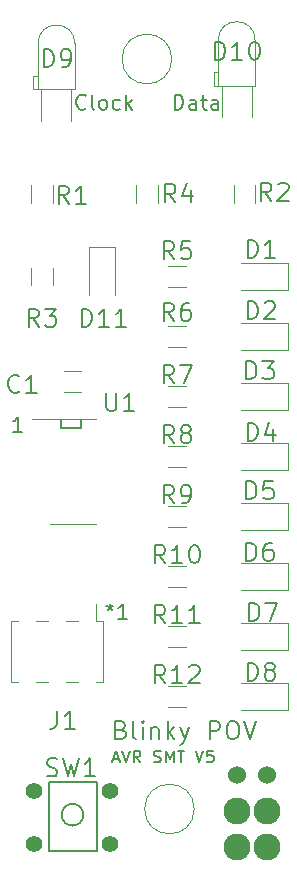
<source format=gbr>
%TF.GenerationSoftware,KiCad,Pcbnew,7.0.6-7.0.6~ubuntu22.04.1*%
%TF.CreationDate,2023-09-16T17:19:44-04:00*%
%TF.ProjectId,avr-smt-44,6176722d-736d-4742-9d34-342e6b696361,rev?*%
%TF.SameCoordinates,Original*%
%TF.FileFunction,Legend,Top*%
%TF.FilePolarity,Positive*%
%FSLAX46Y46*%
G04 Gerber Fmt 4.6, Leading zero omitted, Abs format (unit mm)*
G04 Created by KiCad (PCBNEW 7.0.6-7.0.6~ubuntu22.04.1) date 2023-09-16 17:19:44*
%MOMM*%
%LPD*%
G01*
G04 APERTURE LIST*
%ADD10C,0.150000*%
%ADD11C,0.203200*%
%ADD12C,0.120000*%
%ADD13C,1.397000*%
%ADD14C,1.524000*%
%ADD15C,2.286000*%
G04 APERTURE END LIST*
D10*
X162214160Y-118329104D02*
X162690350Y-118329104D01*
X162118922Y-118614819D02*
X162452255Y-117614819D01*
X162452255Y-117614819D02*
X162785588Y-118614819D01*
X162976065Y-117614819D02*
X163309398Y-118614819D01*
X163309398Y-118614819D02*
X163642731Y-117614819D01*
X164547493Y-118614819D02*
X164214160Y-118138628D01*
X163976065Y-118614819D02*
X163976065Y-117614819D01*
X163976065Y-117614819D02*
X164357017Y-117614819D01*
X164357017Y-117614819D02*
X164452255Y-117662438D01*
X164452255Y-117662438D02*
X164499874Y-117710057D01*
X164499874Y-117710057D02*
X164547493Y-117805295D01*
X164547493Y-117805295D02*
X164547493Y-117948152D01*
X164547493Y-117948152D02*
X164499874Y-118043390D01*
X164499874Y-118043390D02*
X164452255Y-118091009D01*
X164452255Y-118091009D02*
X164357017Y-118138628D01*
X164357017Y-118138628D02*
X163976065Y-118138628D01*
X165690351Y-118567200D02*
X165833208Y-118614819D01*
X165833208Y-118614819D02*
X166071303Y-118614819D01*
X166071303Y-118614819D02*
X166166541Y-118567200D01*
X166166541Y-118567200D02*
X166214160Y-118519580D01*
X166214160Y-118519580D02*
X166261779Y-118424342D01*
X166261779Y-118424342D02*
X166261779Y-118329104D01*
X166261779Y-118329104D02*
X166214160Y-118233866D01*
X166214160Y-118233866D02*
X166166541Y-118186247D01*
X166166541Y-118186247D02*
X166071303Y-118138628D01*
X166071303Y-118138628D02*
X165880827Y-118091009D01*
X165880827Y-118091009D02*
X165785589Y-118043390D01*
X165785589Y-118043390D02*
X165737970Y-117995771D01*
X165737970Y-117995771D02*
X165690351Y-117900533D01*
X165690351Y-117900533D02*
X165690351Y-117805295D01*
X165690351Y-117805295D02*
X165737970Y-117710057D01*
X165737970Y-117710057D02*
X165785589Y-117662438D01*
X165785589Y-117662438D02*
X165880827Y-117614819D01*
X165880827Y-117614819D02*
X166118922Y-117614819D01*
X166118922Y-117614819D02*
X166261779Y-117662438D01*
X166690351Y-118614819D02*
X166690351Y-117614819D01*
X166690351Y-117614819D02*
X167023684Y-118329104D01*
X167023684Y-118329104D02*
X167357017Y-117614819D01*
X167357017Y-117614819D02*
X167357017Y-118614819D01*
X167690351Y-117614819D02*
X168261779Y-117614819D01*
X167976065Y-118614819D02*
X167976065Y-117614819D01*
X169214161Y-117614819D02*
X169547494Y-118614819D01*
X169547494Y-118614819D02*
X169880827Y-117614819D01*
X170690351Y-117614819D02*
X170214161Y-117614819D01*
X170214161Y-117614819D02*
X170166542Y-118091009D01*
X170166542Y-118091009D02*
X170214161Y-118043390D01*
X170214161Y-118043390D02*
X170309399Y-117995771D01*
X170309399Y-117995771D02*
X170547494Y-117995771D01*
X170547494Y-117995771D02*
X170642732Y-118043390D01*
X170642732Y-118043390D02*
X170690351Y-118091009D01*
X170690351Y-118091009D02*
X170737970Y-118186247D01*
X170737970Y-118186247D02*
X170737970Y-118424342D01*
X170737970Y-118424342D02*
X170690351Y-118519580D01*
X170690351Y-118519580D02*
X170642732Y-118567200D01*
X170642732Y-118567200D02*
X170547494Y-118614819D01*
X170547494Y-118614819D02*
X170309399Y-118614819D01*
X170309399Y-118614819D02*
X170214161Y-118567200D01*
X170214161Y-118567200D02*
X170166542Y-118519580D01*
D11*
X162929541Y-115844638D02*
X163147255Y-115917210D01*
X163147255Y-115917210D02*
X163219826Y-115989781D01*
X163219826Y-115989781D02*
X163292398Y-116134924D01*
X163292398Y-116134924D02*
X163292398Y-116352638D01*
X163292398Y-116352638D02*
X163219826Y-116497781D01*
X163219826Y-116497781D02*
X163147255Y-116570353D01*
X163147255Y-116570353D02*
X163002112Y-116642924D01*
X163002112Y-116642924D02*
X162421541Y-116642924D01*
X162421541Y-116642924D02*
X162421541Y-115118924D01*
X162421541Y-115118924D02*
X162929541Y-115118924D01*
X162929541Y-115118924D02*
X163074684Y-115191495D01*
X163074684Y-115191495D02*
X163147255Y-115264067D01*
X163147255Y-115264067D02*
X163219826Y-115409210D01*
X163219826Y-115409210D02*
X163219826Y-115554353D01*
X163219826Y-115554353D02*
X163147255Y-115699495D01*
X163147255Y-115699495D02*
X163074684Y-115772067D01*
X163074684Y-115772067D02*
X162929541Y-115844638D01*
X162929541Y-115844638D02*
X162421541Y-115844638D01*
X164163255Y-116642924D02*
X164018112Y-116570353D01*
X164018112Y-116570353D02*
X163945541Y-116425210D01*
X163945541Y-116425210D02*
X163945541Y-115118924D01*
X164743827Y-116642924D02*
X164743827Y-115626924D01*
X164743827Y-115118924D02*
X164671255Y-115191495D01*
X164671255Y-115191495D02*
X164743827Y-115264067D01*
X164743827Y-115264067D02*
X164816398Y-115191495D01*
X164816398Y-115191495D02*
X164743827Y-115118924D01*
X164743827Y-115118924D02*
X164743827Y-115264067D01*
X165469541Y-115626924D02*
X165469541Y-116642924D01*
X165469541Y-115772067D02*
X165542112Y-115699495D01*
X165542112Y-115699495D02*
X165687255Y-115626924D01*
X165687255Y-115626924D02*
X165904969Y-115626924D01*
X165904969Y-115626924D02*
X166050112Y-115699495D01*
X166050112Y-115699495D02*
X166122684Y-115844638D01*
X166122684Y-115844638D02*
X166122684Y-116642924D01*
X166848398Y-116642924D02*
X166848398Y-115118924D01*
X166993541Y-116062353D02*
X167428969Y-116642924D01*
X167428969Y-115626924D02*
X166848398Y-116207495D01*
X167936969Y-115626924D02*
X168299826Y-116642924D01*
X168662683Y-115626924D02*
X168299826Y-116642924D01*
X168299826Y-116642924D02*
X168154683Y-117005781D01*
X168154683Y-117005781D02*
X168082112Y-117078353D01*
X168082112Y-117078353D02*
X167936969Y-117150924D01*
X170404398Y-116642924D02*
X170404398Y-115118924D01*
X170404398Y-115118924D02*
X170984969Y-115118924D01*
X170984969Y-115118924D02*
X171130112Y-115191495D01*
X171130112Y-115191495D02*
X171202683Y-115264067D01*
X171202683Y-115264067D02*
X171275255Y-115409210D01*
X171275255Y-115409210D02*
X171275255Y-115626924D01*
X171275255Y-115626924D02*
X171202683Y-115772067D01*
X171202683Y-115772067D02*
X171130112Y-115844638D01*
X171130112Y-115844638D02*
X170984969Y-115917210D01*
X170984969Y-115917210D02*
X170404398Y-115917210D01*
X172218683Y-115118924D02*
X172508969Y-115118924D01*
X172508969Y-115118924D02*
X172654112Y-115191495D01*
X172654112Y-115191495D02*
X172799255Y-115336638D01*
X172799255Y-115336638D02*
X172871826Y-115626924D01*
X172871826Y-115626924D02*
X172871826Y-116134924D01*
X172871826Y-116134924D02*
X172799255Y-116425210D01*
X172799255Y-116425210D02*
X172654112Y-116570353D01*
X172654112Y-116570353D02*
X172508969Y-116642924D01*
X172508969Y-116642924D02*
X172218683Y-116642924D01*
X172218683Y-116642924D02*
X172073541Y-116570353D01*
X172073541Y-116570353D02*
X171928398Y-116425210D01*
X171928398Y-116425210D02*
X171855826Y-116134924D01*
X171855826Y-116134924D02*
X171855826Y-115626924D01*
X171855826Y-115626924D02*
X171928398Y-115336638D01*
X171928398Y-115336638D02*
X172073541Y-115191495D01*
X172073541Y-115191495D02*
X172218683Y-115118924D01*
X173307254Y-115118924D02*
X173815254Y-116642924D01*
X173815254Y-116642924D02*
X174323254Y-115118924D01*
X167441064Y-63334009D02*
X167441064Y-62064009D01*
X167441064Y-62064009D02*
X167743445Y-62064009D01*
X167743445Y-62064009D02*
X167924874Y-62124485D01*
X167924874Y-62124485D02*
X168045826Y-62245437D01*
X168045826Y-62245437D02*
X168106303Y-62366390D01*
X168106303Y-62366390D02*
X168166779Y-62608294D01*
X168166779Y-62608294D02*
X168166779Y-62789723D01*
X168166779Y-62789723D02*
X168106303Y-63031628D01*
X168106303Y-63031628D02*
X168045826Y-63152580D01*
X168045826Y-63152580D02*
X167924874Y-63273533D01*
X167924874Y-63273533D02*
X167743445Y-63334009D01*
X167743445Y-63334009D02*
X167441064Y-63334009D01*
X169255350Y-63334009D02*
X169255350Y-62668771D01*
X169255350Y-62668771D02*
X169194874Y-62547818D01*
X169194874Y-62547818D02*
X169073922Y-62487342D01*
X169073922Y-62487342D02*
X168832017Y-62487342D01*
X168832017Y-62487342D02*
X168711064Y-62547818D01*
X169255350Y-63273533D02*
X169134398Y-63334009D01*
X169134398Y-63334009D02*
X168832017Y-63334009D01*
X168832017Y-63334009D02*
X168711064Y-63273533D01*
X168711064Y-63273533D02*
X168650588Y-63152580D01*
X168650588Y-63152580D02*
X168650588Y-63031628D01*
X168650588Y-63031628D02*
X168711064Y-62910675D01*
X168711064Y-62910675D02*
X168832017Y-62850199D01*
X168832017Y-62850199D02*
X169134398Y-62850199D01*
X169134398Y-62850199D02*
X169255350Y-62789723D01*
X169678684Y-62487342D02*
X170162493Y-62487342D01*
X169860112Y-62064009D02*
X169860112Y-63152580D01*
X169860112Y-63152580D02*
X169920589Y-63273533D01*
X169920589Y-63273533D02*
X170041541Y-63334009D01*
X170041541Y-63334009D02*
X170162493Y-63334009D01*
X171130112Y-63334009D02*
X171130112Y-62668771D01*
X171130112Y-62668771D02*
X171069636Y-62547818D01*
X171069636Y-62547818D02*
X170948684Y-62487342D01*
X170948684Y-62487342D02*
X170706779Y-62487342D01*
X170706779Y-62487342D02*
X170585826Y-62547818D01*
X171130112Y-63273533D02*
X171009160Y-63334009D01*
X171009160Y-63334009D02*
X170706779Y-63334009D01*
X170706779Y-63334009D02*
X170585826Y-63273533D01*
X170585826Y-63273533D02*
X170525350Y-63152580D01*
X170525350Y-63152580D02*
X170525350Y-63031628D01*
X170525350Y-63031628D02*
X170585826Y-62910675D01*
X170585826Y-62910675D02*
X170706779Y-62850199D01*
X170706779Y-62850199D02*
X171009160Y-62850199D01*
X171009160Y-62850199D02*
X171130112Y-62789723D01*
X159911779Y-63213056D02*
X159851303Y-63273533D01*
X159851303Y-63273533D02*
X159669874Y-63334009D01*
X159669874Y-63334009D02*
X159548922Y-63334009D01*
X159548922Y-63334009D02*
X159367493Y-63273533D01*
X159367493Y-63273533D02*
X159246541Y-63152580D01*
X159246541Y-63152580D02*
X159186064Y-63031628D01*
X159186064Y-63031628D02*
X159125588Y-62789723D01*
X159125588Y-62789723D02*
X159125588Y-62608294D01*
X159125588Y-62608294D02*
X159186064Y-62366390D01*
X159186064Y-62366390D02*
X159246541Y-62245437D01*
X159246541Y-62245437D02*
X159367493Y-62124485D01*
X159367493Y-62124485D02*
X159548922Y-62064009D01*
X159548922Y-62064009D02*
X159669874Y-62064009D01*
X159669874Y-62064009D02*
X159851303Y-62124485D01*
X159851303Y-62124485D02*
X159911779Y-62184961D01*
X160637493Y-63334009D02*
X160516541Y-63273533D01*
X160516541Y-63273533D02*
X160456064Y-63152580D01*
X160456064Y-63152580D02*
X160456064Y-62064009D01*
X161302731Y-63334009D02*
X161181779Y-63273533D01*
X161181779Y-63273533D02*
X161121302Y-63213056D01*
X161121302Y-63213056D02*
X161060826Y-63092104D01*
X161060826Y-63092104D02*
X161060826Y-62729247D01*
X161060826Y-62729247D02*
X161121302Y-62608294D01*
X161121302Y-62608294D02*
X161181779Y-62547818D01*
X161181779Y-62547818D02*
X161302731Y-62487342D01*
X161302731Y-62487342D02*
X161484160Y-62487342D01*
X161484160Y-62487342D02*
X161605112Y-62547818D01*
X161605112Y-62547818D02*
X161665588Y-62608294D01*
X161665588Y-62608294D02*
X161726064Y-62729247D01*
X161726064Y-62729247D02*
X161726064Y-63092104D01*
X161726064Y-63092104D02*
X161665588Y-63213056D01*
X161665588Y-63213056D02*
X161605112Y-63273533D01*
X161605112Y-63273533D02*
X161484160Y-63334009D01*
X161484160Y-63334009D02*
X161302731Y-63334009D01*
X162814636Y-63273533D02*
X162693684Y-63334009D01*
X162693684Y-63334009D02*
X162451779Y-63334009D01*
X162451779Y-63334009D02*
X162330827Y-63273533D01*
X162330827Y-63273533D02*
X162270350Y-63213056D01*
X162270350Y-63213056D02*
X162209874Y-63092104D01*
X162209874Y-63092104D02*
X162209874Y-62729247D01*
X162209874Y-62729247D02*
X162270350Y-62608294D01*
X162270350Y-62608294D02*
X162330827Y-62547818D01*
X162330827Y-62547818D02*
X162451779Y-62487342D01*
X162451779Y-62487342D02*
X162693684Y-62487342D01*
X162693684Y-62487342D02*
X162814636Y-62547818D01*
X163358921Y-63334009D02*
X163358921Y-62064009D01*
X163479874Y-62850199D02*
X163842731Y-63334009D01*
X163842731Y-62487342D02*
X163358921Y-62971152D01*
X154517303Y-90639009D02*
X153791588Y-90639009D01*
X154154445Y-90639009D02*
X154154445Y-89369009D01*
X154154445Y-89369009D02*
X154033493Y-89550437D01*
X154033493Y-89550437D02*
X153912541Y-89671390D01*
X153912541Y-89671390D02*
X153791588Y-89731866D01*
D10*
X159512000Y-90297000D02*
X159512000Y-89535000D01*
X157861000Y-90297000D02*
X159512000Y-90297000D01*
X157861000Y-89535000D02*
X157861000Y-90297000D01*
D11*
X161967493Y-105184009D02*
X161967493Y-105486390D01*
X161665112Y-105365437D02*
X161967493Y-105486390D01*
X161967493Y-105486390D02*
X162269874Y-105365437D01*
X161786064Y-105728294D02*
X161967493Y-105486390D01*
X161967493Y-105486390D02*
X162148922Y-105728294D01*
X163418922Y-106454009D02*
X162693207Y-106454009D01*
X163056064Y-106454009D02*
X163056064Y-105184009D01*
X163056064Y-105184009D02*
X162935112Y-105365437D01*
X162935112Y-105365437D02*
X162814160Y-105486390D01*
X162814160Y-105486390D02*
X162693207Y-105546866D01*
X154305000Y-87163321D02*
X154232428Y-87235893D01*
X154232428Y-87235893D02*
X154014714Y-87308464D01*
X154014714Y-87308464D02*
X153869571Y-87308464D01*
X153869571Y-87308464D02*
X153651857Y-87235893D01*
X153651857Y-87235893D02*
X153506714Y-87090750D01*
X153506714Y-87090750D02*
X153434143Y-86945607D01*
X153434143Y-86945607D02*
X153361571Y-86655321D01*
X153361571Y-86655321D02*
X153361571Y-86437607D01*
X153361571Y-86437607D02*
X153434143Y-86147321D01*
X153434143Y-86147321D02*
X153506714Y-86002178D01*
X153506714Y-86002178D02*
X153651857Y-85857035D01*
X153651857Y-85857035D02*
X153869571Y-85784464D01*
X153869571Y-85784464D02*
X154014714Y-85784464D01*
X154014714Y-85784464D02*
X154232428Y-85857035D01*
X154232428Y-85857035D02*
X154305000Y-85929607D01*
X155756428Y-87308464D02*
X154885571Y-87308464D01*
X155321000Y-87308464D02*
X155321000Y-85784464D01*
X155321000Y-85784464D02*
X155175857Y-86002178D01*
X155175857Y-86002178D02*
X155030714Y-86147321D01*
X155030714Y-86147321D02*
X154885571Y-86219893D01*
X158496000Y-71306464D02*
X157988000Y-70580750D01*
X157625143Y-71306464D02*
X157625143Y-69782464D01*
X157625143Y-69782464D02*
X158205714Y-69782464D01*
X158205714Y-69782464D02*
X158350857Y-69855035D01*
X158350857Y-69855035D02*
X158423428Y-69927607D01*
X158423428Y-69927607D02*
X158496000Y-70072750D01*
X158496000Y-70072750D02*
X158496000Y-70290464D01*
X158496000Y-70290464D02*
X158423428Y-70435607D01*
X158423428Y-70435607D02*
X158350857Y-70508178D01*
X158350857Y-70508178D02*
X158205714Y-70580750D01*
X158205714Y-70580750D02*
X157625143Y-70580750D01*
X159947428Y-71306464D02*
X159076571Y-71306464D01*
X159512000Y-71306464D02*
X159512000Y-69782464D01*
X159512000Y-69782464D02*
X159366857Y-70000178D01*
X159366857Y-70000178D02*
X159221714Y-70145321D01*
X159221714Y-70145321D02*
X159076571Y-70217893D01*
X167386000Y-86504464D02*
X166878000Y-85778750D01*
X166515143Y-86504464D02*
X166515143Y-84980464D01*
X166515143Y-84980464D02*
X167095714Y-84980464D01*
X167095714Y-84980464D02*
X167240857Y-85053035D01*
X167240857Y-85053035D02*
X167313428Y-85125607D01*
X167313428Y-85125607D02*
X167386000Y-85270750D01*
X167386000Y-85270750D02*
X167386000Y-85488464D01*
X167386000Y-85488464D02*
X167313428Y-85633607D01*
X167313428Y-85633607D02*
X167240857Y-85706178D01*
X167240857Y-85706178D02*
X167095714Y-85778750D01*
X167095714Y-85778750D02*
X166515143Y-85778750D01*
X167894000Y-84980464D02*
X168910000Y-84980464D01*
X168910000Y-84980464D02*
X168256857Y-86504464D01*
X157479999Y-114232464D02*
X157479999Y-115321035D01*
X157479999Y-115321035D02*
X157407428Y-115538750D01*
X157407428Y-115538750D02*
X157262285Y-115683893D01*
X157262285Y-115683893D02*
X157044571Y-115756464D01*
X157044571Y-115756464D02*
X156899428Y-115756464D01*
X159003999Y-115756464D02*
X158133142Y-115756464D01*
X158568571Y-115756464D02*
X158568571Y-114232464D01*
X158568571Y-114232464D02*
X158423428Y-114450178D01*
X158423428Y-114450178D02*
X158278285Y-114595321D01*
X158278285Y-114595321D02*
X158133142Y-114667893D01*
X166660285Y-101744464D02*
X166152285Y-101018750D01*
X165789428Y-101744464D02*
X165789428Y-100220464D01*
X165789428Y-100220464D02*
X166369999Y-100220464D01*
X166369999Y-100220464D02*
X166515142Y-100293035D01*
X166515142Y-100293035D02*
X166587713Y-100365607D01*
X166587713Y-100365607D02*
X166660285Y-100510750D01*
X166660285Y-100510750D02*
X166660285Y-100728464D01*
X166660285Y-100728464D02*
X166587713Y-100873607D01*
X166587713Y-100873607D02*
X166515142Y-100946178D01*
X166515142Y-100946178D02*
X166369999Y-101018750D01*
X166369999Y-101018750D02*
X165789428Y-101018750D01*
X168111713Y-101744464D02*
X167240856Y-101744464D01*
X167676285Y-101744464D02*
X167676285Y-100220464D01*
X167676285Y-100220464D02*
X167531142Y-100438178D01*
X167531142Y-100438178D02*
X167385999Y-100583321D01*
X167385999Y-100583321D02*
X167240856Y-100655893D01*
X169055142Y-100220464D02*
X169200285Y-100220464D01*
X169200285Y-100220464D02*
X169345428Y-100293035D01*
X169345428Y-100293035D02*
X169418000Y-100365607D01*
X169418000Y-100365607D02*
X169490571Y-100510750D01*
X169490571Y-100510750D02*
X169563142Y-100801035D01*
X169563142Y-100801035D02*
X169563142Y-101163893D01*
X169563142Y-101163893D02*
X169490571Y-101454178D01*
X169490571Y-101454178D02*
X169418000Y-101599321D01*
X169418000Y-101599321D02*
X169345428Y-101671893D01*
X169345428Y-101671893D02*
X169200285Y-101744464D01*
X169200285Y-101744464D02*
X169055142Y-101744464D01*
X169055142Y-101744464D02*
X168910000Y-101671893D01*
X168910000Y-101671893D02*
X168837428Y-101599321D01*
X168837428Y-101599321D02*
X168764857Y-101454178D01*
X168764857Y-101454178D02*
X168692285Y-101163893D01*
X168692285Y-101163893D02*
X168692285Y-100801035D01*
X168692285Y-100801035D02*
X168764857Y-100510750D01*
X168764857Y-100510750D02*
X168837428Y-100365607D01*
X168837428Y-100365607D02*
X168910000Y-100293035D01*
X168910000Y-100293035D02*
X169055142Y-100220464D01*
X156641799Y-119728243D02*
X156859514Y-119800814D01*
X156859514Y-119800814D02*
X157222371Y-119800814D01*
X157222371Y-119800814D02*
X157367514Y-119728243D01*
X157367514Y-119728243D02*
X157440085Y-119655671D01*
X157440085Y-119655671D02*
X157512656Y-119510528D01*
X157512656Y-119510528D02*
X157512656Y-119365385D01*
X157512656Y-119365385D02*
X157440085Y-119220243D01*
X157440085Y-119220243D02*
X157367514Y-119147671D01*
X157367514Y-119147671D02*
X157222371Y-119075100D01*
X157222371Y-119075100D02*
X156932085Y-119002528D01*
X156932085Y-119002528D02*
X156786942Y-118929957D01*
X156786942Y-118929957D02*
X156714371Y-118857385D01*
X156714371Y-118857385D02*
X156641799Y-118712243D01*
X156641799Y-118712243D02*
X156641799Y-118567100D01*
X156641799Y-118567100D02*
X156714371Y-118421957D01*
X156714371Y-118421957D02*
X156786942Y-118349385D01*
X156786942Y-118349385D02*
X156932085Y-118276814D01*
X156932085Y-118276814D02*
X157294942Y-118276814D01*
X157294942Y-118276814D02*
X157512656Y-118349385D01*
X158020657Y-118276814D02*
X158383514Y-119800814D01*
X158383514Y-119800814D02*
X158673800Y-118712243D01*
X158673800Y-118712243D02*
X158964085Y-119800814D01*
X158964085Y-119800814D02*
X159326943Y-118276814D01*
X160705799Y-119800814D02*
X159834942Y-119800814D01*
X160270371Y-119800814D02*
X160270371Y-118276814D01*
X160270371Y-118276814D02*
X160125228Y-118494528D01*
X160125228Y-118494528D02*
X159980085Y-118639671D01*
X159980085Y-118639671D02*
X159834942Y-118712243D01*
X167386000Y-81212464D02*
X166878000Y-80486750D01*
X166515143Y-81212464D02*
X166515143Y-79688464D01*
X166515143Y-79688464D02*
X167095714Y-79688464D01*
X167095714Y-79688464D02*
X167240857Y-79761035D01*
X167240857Y-79761035D02*
X167313428Y-79833607D01*
X167313428Y-79833607D02*
X167386000Y-79978750D01*
X167386000Y-79978750D02*
X167386000Y-80196464D01*
X167386000Y-80196464D02*
X167313428Y-80341607D01*
X167313428Y-80341607D02*
X167240857Y-80414178D01*
X167240857Y-80414178D02*
X167095714Y-80486750D01*
X167095714Y-80486750D02*
X166515143Y-80486750D01*
X168692286Y-79688464D02*
X168402000Y-79688464D01*
X168402000Y-79688464D02*
X168256857Y-79761035D01*
X168256857Y-79761035D02*
X168184286Y-79833607D01*
X168184286Y-79833607D02*
X168039143Y-80051321D01*
X168039143Y-80051321D02*
X167966571Y-80341607D01*
X167966571Y-80341607D02*
X167966571Y-80922178D01*
X167966571Y-80922178D02*
X168039143Y-81067321D01*
X168039143Y-81067321D02*
X168111714Y-81139893D01*
X168111714Y-81139893D02*
X168256857Y-81212464D01*
X168256857Y-81212464D02*
X168547143Y-81212464D01*
X168547143Y-81212464D02*
X168692286Y-81139893D01*
X168692286Y-81139893D02*
X168764857Y-81067321D01*
X168764857Y-81067321D02*
X168837428Y-80922178D01*
X168837428Y-80922178D02*
X168837428Y-80559321D01*
X168837428Y-80559321D02*
X168764857Y-80414178D01*
X168764857Y-80414178D02*
X168692286Y-80341607D01*
X168692286Y-80341607D02*
X168547143Y-80269035D01*
X168547143Y-80269035D02*
X168256857Y-80269035D01*
X168256857Y-80269035D02*
X168111714Y-80341607D01*
X168111714Y-80341607D02*
X168039143Y-80414178D01*
X168039143Y-80414178D02*
X167966571Y-80559321D01*
X173627143Y-81085464D02*
X173627143Y-79561464D01*
X173627143Y-79561464D02*
X173990000Y-79561464D01*
X173990000Y-79561464D02*
X174207714Y-79634035D01*
X174207714Y-79634035D02*
X174352857Y-79779178D01*
X174352857Y-79779178D02*
X174425428Y-79924321D01*
X174425428Y-79924321D02*
X174498000Y-80214607D01*
X174498000Y-80214607D02*
X174498000Y-80432321D01*
X174498000Y-80432321D02*
X174425428Y-80722607D01*
X174425428Y-80722607D02*
X174352857Y-80867750D01*
X174352857Y-80867750D02*
X174207714Y-81012893D01*
X174207714Y-81012893D02*
X173990000Y-81085464D01*
X173990000Y-81085464D02*
X173627143Y-81085464D01*
X175078571Y-79706607D02*
X175151143Y-79634035D01*
X175151143Y-79634035D02*
X175296286Y-79561464D01*
X175296286Y-79561464D02*
X175659143Y-79561464D01*
X175659143Y-79561464D02*
X175804286Y-79634035D01*
X175804286Y-79634035D02*
X175876857Y-79706607D01*
X175876857Y-79706607D02*
X175949428Y-79851750D01*
X175949428Y-79851750D02*
X175949428Y-79996893D01*
X175949428Y-79996893D02*
X175876857Y-80214607D01*
X175876857Y-80214607D02*
X175006000Y-81085464D01*
X175006000Y-81085464D02*
X175949428Y-81085464D01*
X173627143Y-75878464D02*
X173627143Y-74354464D01*
X173627143Y-74354464D02*
X173990000Y-74354464D01*
X173990000Y-74354464D02*
X174207714Y-74427035D01*
X174207714Y-74427035D02*
X174352857Y-74572178D01*
X174352857Y-74572178D02*
X174425428Y-74717321D01*
X174425428Y-74717321D02*
X174498000Y-75007607D01*
X174498000Y-75007607D02*
X174498000Y-75225321D01*
X174498000Y-75225321D02*
X174425428Y-75515607D01*
X174425428Y-75515607D02*
X174352857Y-75660750D01*
X174352857Y-75660750D02*
X174207714Y-75805893D01*
X174207714Y-75805893D02*
X173990000Y-75878464D01*
X173990000Y-75878464D02*
X173627143Y-75878464D01*
X175949428Y-75878464D02*
X175078571Y-75878464D01*
X175514000Y-75878464D02*
X175514000Y-74354464D01*
X175514000Y-74354464D02*
X175368857Y-74572178D01*
X175368857Y-74572178D02*
X175223714Y-74717321D01*
X175223714Y-74717321D02*
X175078571Y-74789893D01*
X173500143Y-96325464D02*
X173500143Y-94801464D01*
X173500143Y-94801464D02*
X173863000Y-94801464D01*
X173863000Y-94801464D02*
X174080714Y-94874035D01*
X174080714Y-94874035D02*
X174225857Y-95019178D01*
X174225857Y-95019178D02*
X174298428Y-95164321D01*
X174298428Y-95164321D02*
X174371000Y-95454607D01*
X174371000Y-95454607D02*
X174371000Y-95672321D01*
X174371000Y-95672321D02*
X174298428Y-95962607D01*
X174298428Y-95962607D02*
X174225857Y-96107750D01*
X174225857Y-96107750D02*
X174080714Y-96252893D01*
X174080714Y-96252893D02*
X173863000Y-96325464D01*
X173863000Y-96325464D02*
X173500143Y-96325464D01*
X175749857Y-94801464D02*
X175024143Y-94801464D01*
X175024143Y-94801464D02*
X174951571Y-95527178D01*
X174951571Y-95527178D02*
X175024143Y-95454607D01*
X175024143Y-95454607D02*
X175169286Y-95382035D01*
X175169286Y-95382035D02*
X175532143Y-95382035D01*
X175532143Y-95382035D02*
X175677286Y-95454607D01*
X175677286Y-95454607D02*
X175749857Y-95527178D01*
X175749857Y-95527178D02*
X175822428Y-95672321D01*
X175822428Y-95672321D02*
X175822428Y-96035178D01*
X175822428Y-96035178D02*
X175749857Y-96180321D01*
X175749857Y-96180321D02*
X175677286Y-96252893D01*
X175677286Y-96252893D02*
X175532143Y-96325464D01*
X175532143Y-96325464D02*
X175169286Y-96325464D01*
X175169286Y-96325464D02*
X175024143Y-96252893D01*
X175024143Y-96252893D02*
X174951571Y-96180321D01*
X161652857Y-87308464D02*
X161652857Y-88542178D01*
X161652857Y-88542178D02*
X161725428Y-88687321D01*
X161725428Y-88687321D02*
X161798000Y-88759893D01*
X161798000Y-88759893D02*
X161943142Y-88832464D01*
X161943142Y-88832464D02*
X162233428Y-88832464D01*
X162233428Y-88832464D02*
X162378571Y-88759893D01*
X162378571Y-88759893D02*
X162451142Y-88687321D01*
X162451142Y-88687321D02*
X162523714Y-88542178D01*
X162523714Y-88542178D02*
X162523714Y-87308464D01*
X164047713Y-88832464D02*
X163176856Y-88832464D01*
X163612285Y-88832464D02*
X163612285Y-87308464D01*
X163612285Y-87308464D02*
X163467142Y-87526178D01*
X163467142Y-87526178D02*
X163321999Y-87671321D01*
X163321999Y-87671321D02*
X163176856Y-87743893D01*
X159566428Y-81720464D02*
X159566428Y-80196464D01*
X159566428Y-80196464D02*
X159929285Y-80196464D01*
X159929285Y-80196464D02*
X160146999Y-80269035D01*
X160146999Y-80269035D02*
X160292142Y-80414178D01*
X160292142Y-80414178D02*
X160364713Y-80559321D01*
X160364713Y-80559321D02*
X160437285Y-80849607D01*
X160437285Y-80849607D02*
X160437285Y-81067321D01*
X160437285Y-81067321D02*
X160364713Y-81357607D01*
X160364713Y-81357607D02*
X160292142Y-81502750D01*
X160292142Y-81502750D02*
X160146999Y-81647893D01*
X160146999Y-81647893D02*
X159929285Y-81720464D01*
X159929285Y-81720464D02*
X159566428Y-81720464D01*
X161888713Y-81720464D02*
X161017856Y-81720464D01*
X161453285Y-81720464D02*
X161453285Y-80196464D01*
X161453285Y-80196464D02*
X161308142Y-80414178D01*
X161308142Y-80414178D02*
X161162999Y-80559321D01*
X161162999Y-80559321D02*
X161017856Y-80631893D01*
X163340142Y-81720464D02*
X162469285Y-81720464D01*
X162904714Y-81720464D02*
X162904714Y-80196464D01*
X162904714Y-80196464D02*
X162759571Y-80414178D01*
X162759571Y-80414178D02*
X162614428Y-80559321D01*
X162614428Y-80559321D02*
X162469285Y-80631893D01*
X175641000Y-71052464D02*
X175133000Y-70326750D01*
X174770143Y-71052464D02*
X174770143Y-69528464D01*
X174770143Y-69528464D02*
X175350714Y-69528464D01*
X175350714Y-69528464D02*
X175495857Y-69601035D01*
X175495857Y-69601035D02*
X175568428Y-69673607D01*
X175568428Y-69673607D02*
X175641000Y-69818750D01*
X175641000Y-69818750D02*
X175641000Y-70036464D01*
X175641000Y-70036464D02*
X175568428Y-70181607D01*
X175568428Y-70181607D02*
X175495857Y-70254178D01*
X175495857Y-70254178D02*
X175350714Y-70326750D01*
X175350714Y-70326750D02*
X174770143Y-70326750D01*
X176221571Y-69673607D02*
X176294143Y-69601035D01*
X176294143Y-69601035D02*
X176439286Y-69528464D01*
X176439286Y-69528464D02*
X176802143Y-69528464D01*
X176802143Y-69528464D02*
X176947286Y-69601035D01*
X176947286Y-69601035D02*
X177019857Y-69673607D01*
X177019857Y-69673607D02*
X177092428Y-69818750D01*
X177092428Y-69818750D02*
X177092428Y-69963893D01*
X177092428Y-69963893D02*
X177019857Y-70181607D01*
X177019857Y-70181607D02*
X176149000Y-71052464D01*
X176149000Y-71052464D02*
X177092428Y-71052464D01*
X173500143Y-101532464D02*
X173500143Y-100008464D01*
X173500143Y-100008464D02*
X173863000Y-100008464D01*
X173863000Y-100008464D02*
X174080714Y-100081035D01*
X174080714Y-100081035D02*
X174225857Y-100226178D01*
X174225857Y-100226178D02*
X174298428Y-100371321D01*
X174298428Y-100371321D02*
X174371000Y-100661607D01*
X174371000Y-100661607D02*
X174371000Y-100879321D01*
X174371000Y-100879321D02*
X174298428Y-101169607D01*
X174298428Y-101169607D02*
X174225857Y-101314750D01*
X174225857Y-101314750D02*
X174080714Y-101459893D01*
X174080714Y-101459893D02*
X173863000Y-101532464D01*
X173863000Y-101532464D02*
X173500143Y-101532464D01*
X175677286Y-100008464D02*
X175387000Y-100008464D01*
X175387000Y-100008464D02*
X175241857Y-100081035D01*
X175241857Y-100081035D02*
X175169286Y-100153607D01*
X175169286Y-100153607D02*
X175024143Y-100371321D01*
X175024143Y-100371321D02*
X174951571Y-100661607D01*
X174951571Y-100661607D02*
X174951571Y-101242178D01*
X174951571Y-101242178D02*
X175024143Y-101387321D01*
X175024143Y-101387321D02*
X175096714Y-101459893D01*
X175096714Y-101459893D02*
X175241857Y-101532464D01*
X175241857Y-101532464D02*
X175532143Y-101532464D01*
X175532143Y-101532464D02*
X175677286Y-101459893D01*
X175677286Y-101459893D02*
X175749857Y-101387321D01*
X175749857Y-101387321D02*
X175822428Y-101242178D01*
X175822428Y-101242178D02*
X175822428Y-100879321D01*
X175822428Y-100879321D02*
X175749857Y-100734178D01*
X175749857Y-100734178D02*
X175677286Y-100661607D01*
X175677286Y-100661607D02*
X175532143Y-100589035D01*
X175532143Y-100589035D02*
X175241857Y-100589035D01*
X175241857Y-100589035D02*
X175096714Y-100661607D01*
X175096714Y-100661607D02*
X175024143Y-100734178D01*
X175024143Y-100734178D02*
X174951571Y-100879321D01*
X167386000Y-76005464D02*
X166878000Y-75279750D01*
X166515143Y-76005464D02*
X166515143Y-74481464D01*
X166515143Y-74481464D02*
X167095714Y-74481464D01*
X167095714Y-74481464D02*
X167240857Y-74554035D01*
X167240857Y-74554035D02*
X167313428Y-74626607D01*
X167313428Y-74626607D02*
X167386000Y-74771750D01*
X167386000Y-74771750D02*
X167386000Y-74989464D01*
X167386000Y-74989464D02*
X167313428Y-75134607D01*
X167313428Y-75134607D02*
X167240857Y-75207178D01*
X167240857Y-75207178D02*
X167095714Y-75279750D01*
X167095714Y-75279750D02*
X166515143Y-75279750D01*
X168764857Y-74481464D02*
X168039143Y-74481464D01*
X168039143Y-74481464D02*
X167966571Y-75207178D01*
X167966571Y-75207178D02*
X168039143Y-75134607D01*
X168039143Y-75134607D02*
X168184286Y-75062035D01*
X168184286Y-75062035D02*
X168547143Y-75062035D01*
X168547143Y-75062035D02*
X168692286Y-75134607D01*
X168692286Y-75134607D02*
X168764857Y-75207178D01*
X168764857Y-75207178D02*
X168837428Y-75352321D01*
X168837428Y-75352321D02*
X168837428Y-75715178D01*
X168837428Y-75715178D02*
X168764857Y-75860321D01*
X168764857Y-75860321D02*
X168692286Y-75932893D01*
X168692286Y-75932893D02*
X168547143Y-76005464D01*
X168547143Y-76005464D02*
X168184286Y-76005464D01*
X168184286Y-76005464D02*
X168039143Y-75932893D01*
X168039143Y-75932893D02*
X167966571Y-75860321D01*
X166660285Y-111904464D02*
X166152285Y-111178750D01*
X165789428Y-111904464D02*
X165789428Y-110380464D01*
X165789428Y-110380464D02*
X166369999Y-110380464D01*
X166369999Y-110380464D02*
X166515142Y-110453035D01*
X166515142Y-110453035D02*
X166587713Y-110525607D01*
X166587713Y-110525607D02*
X166660285Y-110670750D01*
X166660285Y-110670750D02*
X166660285Y-110888464D01*
X166660285Y-110888464D02*
X166587713Y-111033607D01*
X166587713Y-111033607D02*
X166515142Y-111106178D01*
X166515142Y-111106178D02*
X166369999Y-111178750D01*
X166369999Y-111178750D02*
X165789428Y-111178750D01*
X168111713Y-111904464D02*
X167240856Y-111904464D01*
X167676285Y-111904464D02*
X167676285Y-110380464D01*
X167676285Y-110380464D02*
X167531142Y-110598178D01*
X167531142Y-110598178D02*
X167385999Y-110743321D01*
X167385999Y-110743321D02*
X167240856Y-110815893D01*
X168692285Y-110525607D02*
X168764857Y-110453035D01*
X168764857Y-110453035D02*
X168910000Y-110380464D01*
X168910000Y-110380464D02*
X169272857Y-110380464D01*
X169272857Y-110380464D02*
X169418000Y-110453035D01*
X169418000Y-110453035D02*
X169490571Y-110525607D01*
X169490571Y-110525607D02*
X169563142Y-110670750D01*
X169563142Y-110670750D02*
X169563142Y-110815893D01*
X169563142Y-110815893D02*
X169490571Y-111033607D01*
X169490571Y-111033607D02*
X168619714Y-111904464D01*
X168619714Y-111904464D02*
X169563142Y-111904464D01*
X156355143Y-59749464D02*
X156355143Y-58225464D01*
X156355143Y-58225464D02*
X156718000Y-58225464D01*
X156718000Y-58225464D02*
X156935714Y-58298035D01*
X156935714Y-58298035D02*
X157080857Y-58443178D01*
X157080857Y-58443178D02*
X157153428Y-58588321D01*
X157153428Y-58588321D02*
X157226000Y-58878607D01*
X157226000Y-58878607D02*
X157226000Y-59096321D01*
X157226000Y-59096321D02*
X157153428Y-59386607D01*
X157153428Y-59386607D02*
X157080857Y-59531750D01*
X157080857Y-59531750D02*
X156935714Y-59676893D01*
X156935714Y-59676893D02*
X156718000Y-59749464D01*
X156718000Y-59749464D02*
X156355143Y-59749464D01*
X157951714Y-59749464D02*
X158242000Y-59749464D01*
X158242000Y-59749464D02*
X158387143Y-59676893D01*
X158387143Y-59676893D02*
X158459714Y-59604321D01*
X158459714Y-59604321D02*
X158604857Y-59386607D01*
X158604857Y-59386607D02*
X158677428Y-59096321D01*
X158677428Y-59096321D02*
X158677428Y-58515750D01*
X158677428Y-58515750D02*
X158604857Y-58370607D01*
X158604857Y-58370607D02*
X158532286Y-58298035D01*
X158532286Y-58298035D02*
X158387143Y-58225464D01*
X158387143Y-58225464D02*
X158096857Y-58225464D01*
X158096857Y-58225464D02*
X157951714Y-58298035D01*
X157951714Y-58298035D02*
X157879143Y-58370607D01*
X157879143Y-58370607D02*
X157806571Y-58515750D01*
X157806571Y-58515750D02*
X157806571Y-58878607D01*
X157806571Y-58878607D02*
X157879143Y-59023750D01*
X157879143Y-59023750D02*
X157951714Y-59096321D01*
X157951714Y-59096321D02*
X158096857Y-59168893D01*
X158096857Y-59168893D02*
X158387143Y-59168893D01*
X158387143Y-59168893D02*
X158532286Y-59096321D01*
X158532286Y-59096321D02*
X158604857Y-59023750D01*
X158604857Y-59023750D02*
X158677428Y-58878607D01*
X173627143Y-111692464D02*
X173627143Y-110168464D01*
X173627143Y-110168464D02*
X173990000Y-110168464D01*
X173990000Y-110168464D02*
X174207714Y-110241035D01*
X174207714Y-110241035D02*
X174352857Y-110386178D01*
X174352857Y-110386178D02*
X174425428Y-110531321D01*
X174425428Y-110531321D02*
X174498000Y-110821607D01*
X174498000Y-110821607D02*
X174498000Y-111039321D01*
X174498000Y-111039321D02*
X174425428Y-111329607D01*
X174425428Y-111329607D02*
X174352857Y-111474750D01*
X174352857Y-111474750D02*
X174207714Y-111619893D01*
X174207714Y-111619893D02*
X173990000Y-111692464D01*
X173990000Y-111692464D02*
X173627143Y-111692464D01*
X175368857Y-110821607D02*
X175223714Y-110749035D01*
X175223714Y-110749035D02*
X175151143Y-110676464D01*
X175151143Y-110676464D02*
X175078571Y-110531321D01*
X175078571Y-110531321D02*
X175078571Y-110458750D01*
X175078571Y-110458750D02*
X175151143Y-110313607D01*
X175151143Y-110313607D02*
X175223714Y-110241035D01*
X175223714Y-110241035D02*
X175368857Y-110168464D01*
X175368857Y-110168464D02*
X175659143Y-110168464D01*
X175659143Y-110168464D02*
X175804286Y-110241035D01*
X175804286Y-110241035D02*
X175876857Y-110313607D01*
X175876857Y-110313607D02*
X175949428Y-110458750D01*
X175949428Y-110458750D02*
X175949428Y-110531321D01*
X175949428Y-110531321D02*
X175876857Y-110676464D01*
X175876857Y-110676464D02*
X175804286Y-110749035D01*
X175804286Y-110749035D02*
X175659143Y-110821607D01*
X175659143Y-110821607D02*
X175368857Y-110821607D01*
X175368857Y-110821607D02*
X175223714Y-110894178D01*
X175223714Y-110894178D02*
X175151143Y-110966750D01*
X175151143Y-110966750D02*
X175078571Y-111111893D01*
X175078571Y-111111893D02*
X175078571Y-111402178D01*
X175078571Y-111402178D02*
X175151143Y-111547321D01*
X175151143Y-111547321D02*
X175223714Y-111619893D01*
X175223714Y-111619893D02*
X175368857Y-111692464D01*
X175368857Y-111692464D02*
X175659143Y-111692464D01*
X175659143Y-111692464D02*
X175804286Y-111619893D01*
X175804286Y-111619893D02*
X175876857Y-111547321D01*
X175876857Y-111547321D02*
X175949428Y-111402178D01*
X175949428Y-111402178D02*
X175949428Y-111111893D01*
X175949428Y-111111893D02*
X175876857Y-110966750D01*
X175876857Y-110966750D02*
X175804286Y-110894178D01*
X175804286Y-110894178D02*
X175659143Y-110821607D01*
X173627143Y-91372464D02*
X173627143Y-89848464D01*
X173627143Y-89848464D02*
X173990000Y-89848464D01*
X173990000Y-89848464D02*
X174207714Y-89921035D01*
X174207714Y-89921035D02*
X174352857Y-90066178D01*
X174352857Y-90066178D02*
X174425428Y-90211321D01*
X174425428Y-90211321D02*
X174498000Y-90501607D01*
X174498000Y-90501607D02*
X174498000Y-90719321D01*
X174498000Y-90719321D02*
X174425428Y-91009607D01*
X174425428Y-91009607D02*
X174352857Y-91154750D01*
X174352857Y-91154750D02*
X174207714Y-91299893D01*
X174207714Y-91299893D02*
X173990000Y-91372464D01*
X173990000Y-91372464D02*
X173627143Y-91372464D01*
X175804286Y-90356464D02*
X175804286Y-91372464D01*
X175441428Y-89775893D02*
X175078571Y-90864464D01*
X175078571Y-90864464D02*
X176022000Y-90864464D01*
X167386000Y-96664464D02*
X166878000Y-95938750D01*
X166515143Y-96664464D02*
X166515143Y-95140464D01*
X166515143Y-95140464D02*
X167095714Y-95140464D01*
X167095714Y-95140464D02*
X167240857Y-95213035D01*
X167240857Y-95213035D02*
X167313428Y-95285607D01*
X167313428Y-95285607D02*
X167386000Y-95430750D01*
X167386000Y-95430750D02*
X167386000Y-95648464D01*
X167386000Y-95648464D02*
X167313428Y-95793607D01*
X167313428Y-95793607D02*
X167240857Y-95866178D01*
X167240857Y-95866178D02*
X167095714Y-95938750D01*
X167095714Y-95938750D02*
X166515143Y-95938750D01*
X168111714Y-96664464D02*
X168402000Y-96664464D01*
X168402000Y-96664464D02*
X168547143Y-96591893D01*
X168547143Y-96591893D02*
X168619714Y-96519321D01*
X168619714Y-96519321D02*
X168764857Y-96301607D01*
X168764857Y-96301607D02*
X168837428Y-96011321D01*
X168837428Y-96011321D02*
X168837428Y-95430750D01*
X168837428Y-95430750D02*
X168764857Y-95285607D01*
X168764857Y-95285607D02*
X168692286Y-95213035D01*
X168692286Y-95213035D02*
X168547143Y-95140464D01*
X168547143Y-95140464D02*
X168256857Y-95140464D01*
X168256857Y-95140464D02*
X168111714Y-95213035D01*
X168111714Y-95213035D02*
X168039143Y-95285607D01*
X168039143Y-95285607D02*
X167966571Y-95430750D01*
X167966571Y-95430750D02*
X167966571Y-95793607D01*
X167966571Y-95793607D02*
X168039143Y-95938750D01*
X168039143Y-95938750D02*
X168111714Y-96011321D01*
X168111714Y-96011321D02*
X168256857Y-96083893D01*
X168256857Y-96083893D02*
X168547143Y-96083893D01*
X168547143Y-96083893D02*
X168692286Y-96011321D01*
X168692286Y-96011321D02*
X168764857Y-95938750D01*
X168764857Y-95938750D02*
X168837428Y-95793607D01*
X155956000Y-81720464D02*
X155448000Y-80994750D01*
X155085143Y-81720464D02*
X155085143Y-80196464D01*
X155085143Y-80196464D02*
X155665714Y-80196464D01*
X155665714Y-80196464D02*
X155810857Y-80269035D01*
X155810857Y-80269035D02*
X155883428Y-80341607D01*
X155883428Y-80341607D02*
X155956000Y-80486750D01*
X155956000Y-80486750D02*
X155956000Y-80704464D01*
X155956000Y-80704464D02*
X155883428Y-80849607D01*
X155883428Y-80849607D02*
X155810857Y-80922178D01*
X155810857Y-80922178D02*
X155665714Y-80994750D01*
X155665714Y-80994750D02*
X155085143Y-80994750D01*
X156464000Y-80196464D02*
X157407428Y-80196464D01*
X157407428Y-80196464D02*
X156899428Y-80777035D01*
X156899428Y-80777035D02*
X157117143Y-80777035D01*
X157117143Y-80777035D02*
X157262286Y-80849607D01*
X157262286Y-80849607D02*
X157334857Y-80922178D01*
X157334857Y-80922178D02*
X157407428Y-81067321D01*
X157407428Y-81067321D02*
X157407428Y-81430178D01*
X157407428Y-81430178D02*
X157334857Y-81575321D01*
X157334857Y-81575321D02*
X157262286Y-81647893D01*
X157262286Y-81647893D02*
X157117143Y-81720464D01*
X157117143Y-81720464D02*
X156681714Y-81720464D01*
X156681714Y-81720464D02*
X156536571Y-81647893D01*
X156536571Y-81647893D02*
X156464000Y-81575321D01*
X173754143Y-106612464D02*
X173754143Y-105088464D01*
X173754143Y-105088464D02*
X174117000Y-105088464D01*
X174117000Y-105088464D02*
X174334714Y-105161035D01*
X174334714Y-105161035D02*
X174479857Y-105306178D01*
X174479857Y-105306178D02*
X174552428Y-105451321D01*
X174552428Y-105451321D02*
X174625000Y-105741607D01*
X174625000Y-105741607D02*
X174625000Y-105959321D01*
X174625000Y-105959321D02*
X174552428Y-106249607D01*
X174552428Y-106249607D02*
X174479857Y-106394750D01*
X174479857Y-106394750D02*
X174334714Y-106539893D01*
X174334714Y-106539893D02*
X174117000Y-106612464D01*
X174117000Y-106612464D02*
X173754143Y-106612464D01*
X175133000Y-105088464D02*
X176149000Y-105088464D01*
X176149000Y-105088464D02*
X175495857Y-106612464D01*
X167513000Y-71179464D02*
X167005000Y-70453750D01*
X166642143Y-71179464D02*
X166642143Y-69655464D01*
X166642143Y-69655464D02*
X167222714Y-69655464D01*
X167222714Y-69655464D02*
X167367857Y-69728035D01*
X167367857Y-69728035D02*
X167440428Y-69800607D01*
X167440428Y-69800607D02*
X167513000Y-69945750D01*
X167513000Y-69945750D02*
X167513000Y-70163464D01*
X167513000Y-70163464D02*
X167440428Y-70308607D01*
X167440428Y-70308607D02*
X167367857Y-70381178D01*
X167367857Y-70381178D02*
X167222714Y-70453750D01*
X167222714Y-70453750D02*
X166642143Y-70453750D01*
X168819286Y-70163464D02*
X168819286Y-71179464D01*
X168456428Y-69582893D02*
X168093571Y-70671464D01*
X168093571Y-70671464D02*
X169037000Y-70671464D01*
X167386000Y-91584464D02*
X166878000Y-90858750D01*
X166515143Y-91584464D02*
X166515143Y-90060464D01*
X166515143Y-90060464D02*
X167095714Y-90060464D01*
X167095714Y-90060464D02*
X167240857Y-90133035D01*
X167240857Y-90133035D02*
X167313428Y-90205607D01*
X167313428Y-90205607D02*
X167386000Y-90350750D01*
X167386000Y-90350750D02*
X167386000Y-90568464D01*
X167386000Y-90568464D02*
X167313428Y-90713607D01*
X167313428Y-90713607D02*
X167240857Y-90786178D01*
X167240857Y-90786178D02*
X167095714Y-90858750D01*
X167095714Y-90858750D02*
X166515143Y-90858750D01*
X168256857Y-90713607D02*
X168111714Y-90641035D01*
X168111714Y-90641035D02*
X168039143Y-90568464D01*
X168039143Y-90568464D02*
X167966571Y-90423321D01*
X167966571Y-90423321D02*
X167966571Y-90350750D01*
X167966571Y-90350750D02*
X168039143Y-90205607D01*
X168039143Y-90205607D02*
X168111714Y-90133035D01*
X168111714Y-90133035D02*
X168256857Y-90060464D01*
X168256857Y-90060464D02*
X168547143Y-90060464D01*
X168547143Y-90060464D02*
X168692286Y-90133035D01*
X168692286Y-90133035D02*
X168764857Y-90205607D01*
X168764857Y-90205607D02*
X168837428Y-90350750D01*
X168837428Y-90350750D02*
X168837428Y-90423321D01*
X168837428Y-90423321D02*
X168764857Y-90568464D01*
X168764857Y-90568464D02*
X168692286Y-90641035D01*
X168692286Y-90641035D02*
X168547143Y-90713607D01*
X168547143Y-90713607D02*
X168256857Y-90713607D01*
X168256857Y-90713607D02*
X168111714Y-90786178D01*
X168111714Y-90786178D02*
X168039143Y-90858750D01*
X168039143Y-90858750D02*
X167966571Y-91003893D01*
X167966571Y-91003893D02*
X167966571Y-91294178D01*
X167966571Y-91294178D02*
X168039143Y-91439321D01*
X168039143Y-91439321D02*
X168111714Y-91511893D01*
X168111714Y-91511893D02*
X168256857Y-91584464D01*
X168256857Y-91584464D02*
X168547143Y-91584464D01*
X168547143Y-91584464D02*
X168692286Y-91511893D01*
X168692286Y-91511893D02*
X168764857Y-91439321D01*
X168764857Y-91439321D02*
X168837428Y-91294178D01*
X168837428Y-91294178D02*
X168837428Y-91003893D01*
X168837428Y-91003893D02*
X168764857Y-90858750D01*
X168764857Y-90858750D02*
X168692286Y-90786178D01*
X168692286Y-90786178D02*
X168547143Y-90713607D01*
X170869428Y-59114464D02*
X170869428Y-57590464D01*
X170869428Y-57590464D02*
X171232285Y-57590464D01*
X171232285Y-57590464D02*
X171449999Y-57663035D01*
X171449999Y-57663035D02*
X171595142Y-57808178D01*
X171595142Y-57808178D02*
X171667713Y-57953321D01*
X171667713Y-57953321D02*
X171740285Y-58243607D01*
X171740285Y-58243607D02*
X171740285Y-58461321D01*
X171740285Y-58461321D02*
X171667713Y-58751607D01*
X171667713Y-58751607D02*
X171595142Y-58896750D01*
X171595142Y-58896750D02*
X171449999Y-59041893D01*
X171449999Y-59041893D02*
X171232285Y-59114464D01*
X171232285Y-59114464D02*
X170869428Y-59114464D01*
X173191713Y-59114464D02*
X172320856Y-59114464D01*
X172756285Y-59114464D02*
X172756285Y-57590464D01*
X172756285Y-57590464D02*
X172611142Y-57808178D01*
X172611142Y-57808178D02*
X172465999Y-57953321D01*
X172465999Y-57953321D02*
X172320856Y-58025893D01*
X174135142Y-57590464D02*
X174280285Y-57590464D01*
X174280285Y-57590464D02*
X174425428Y-57663035D01*
X174425428Y-57663035D02*
X174498000Y-57735607D01*
X174498000Y-57735607D02*
X174570571Y-57880750D01*
X174570571Y-57880750D02*
X174643142Y-58171035D01*
X174643142Y-58171035D02*
X174643142Y-58533893D01*
X174643142Y-58533893D02*
X174570571Y-58824178D01*
X174570571Y-58824178D02*
X174498000Y-58969321D01*
X174498000Y-58969321D02*
X174425428Y-59041893D01*
X174425428Y-59041893D02*
X174280285Y-59114464D01*
X174280285Y-59114464D02*
X174135142Y-59114464D01*
X174135142Y-59114464D02*
X173990000Y-59041893D01*
X173990000Y-59041893D02*
X173917428Y-58969321D01*
X173917428Y-58969321D02*
X173844857Y-58824178D01*
X173844857Y-58824178D02*
X173772285Y-58533893D01*
X173772285Y-58533893D02*
X173772285Y-58171035D01*
X173772285Y-58171035D02*
X173844857Y-57880750D01*
X173844857Y-57880750D02*
X173917428Y-57735607D01*
X173917428Y-57735607D02*
X173990000Y-57663035D01*
X173990000Y-57663035D02*
X174135142Y-57590464D01*
X173500143Y-86165464D02*
X173500143Y-84641464D01*
X173500143Y-84641464D02*
X173863000Y-84641464D01*
X173863000Y-84641464D02*
X174080714Y-84714035D01*
X174080714Y-84714035D02*
X174225857Y-84859178D01*
X174225857Y-84859178D02*
X174298428Y-85004321D01*
X174298428Y-85004321D02*
X174371000Y-85294607D01*
X174371000Y-85294607D02*
X174371000Y-85512321D01*
X174371000Y-85512321D02*
X174298428Y-85802607D01*
X174298428Y-85802607D02*
X174225857Y-85947750D01*
X174225857Y-85947750D02*
X174080714Y-86092893D01*
X174080714Y-86092893D02*
X173863000Y-86165464D01*
X173863000Y-86165464D02*
X173500143Y-86165464D01*
X174879000Y-84641464D02*
X175822428Y-84641464D01*
X175822428Y-84641464D02*
X175314428Y-85222035D01*
X175314428Y-85222035D02*
X175532143Y-85222035D01*
X175532143Y-85222035D02*
X175677286Y-85294607D01*
X175677286Y-85294607D02*
X175749857Y-85367178D01*
X175749857Y-85367178D02*
X175822428Y-85512321D01*
X175822428Y-85512321D02*
X175822428Y-85875178D01*
X175822428Y-85875178D02*
X175749857Y-86020321D01*
X175749857Y-86020321D02*
X175677286Y-86092893D01*
X175677286Y-86092893D02*
X175532143Y-86165464D01*
X175532143Y-86165464D02*
X175096714Y-86165464D01*
X175096714Y-86165464D02*
X174951571Y-86092893D01*
X174951571Y-86092893D02*
X174879000Y-86020321D01*
X166660285Y-106824464D02*
X166152285Y-106098750D01*
X165789428Y-106824464D02*
X165789428Y-105300464D01*
X165789428Y-105300464D02*
X166369999Y-105300464D01*
X166369999Y-105300464D02*
X166515142Y-105373035D01*
X166515142Y-105373035D02*
X166587713Y-105445607D01*
X166587713Y-105445607D02*
X166660285Y-105590750D01*
X166660285Y-105590750D02*
X166660285Y-105808464D01*
X166660285Y-105808464D02*
X166587713Y-105953607D01*
X166587713Y-105953607D02*
X166515142Y-106026178D01*
X166515142Y-106026178D02*
X166369999Y-106098750D01*
X166369999Y-106098750D02*
X165789428Y-106098750D01*
X168111713Y-106824464D02*
X167240856Y-106824464D01*
X167676285Y-106824464D02*
X167676285Y-105300464D01*
X167676285Y-105300464D02*
X167531142Y-105518178D01*
X167531142Y-105518178D02*
X167385999Y-105663321D01*
X167385999Y-105663321D02*
X167240856Y-105735893D01*
X169563142Y-106824464D02*
X168692285Y-106824464D01*
X169127714Y-106824464D02*
X169127714Y-105300464D01*
X169127714Y-105300464D02*
X168982571Y-105518178D01*
X168982571Y-105518178D02*
X168837428Y-105663321D01*
X168837428Y-105663321D02*
X168692285Y-105735893D01*
D12*
%TO.C,TP2*%
X169105000Y-122555000D02*
G75*
G03*
X169105000Y-122555000I-2100000J0D01*
G01*
%TO.C,TP1*%
X167200000Y-59055000D02*
G75*
G03*
X167200000Y-59055000I-2100000J0D01*
G01*
%TO.C,C1*%
X158103748Y-85450000D02*
X159526252Y-85450000D01*
X158103748Y-87270000D02*
X159526252Y-87270000D01*
%TO.C,R1*%
X155300000Y-71212064D02*
X155300000Y-69757936D01*
X157120000Y-71212064D02*
X157120000Y-69757936D01*
%TO.C,R7*%
X166912936Y-86720000D02*
X168367064Y-86720000D01*
X166912936Y-88540000D02*
X168367064Y-88540000D01*
%TO.C,J1*%
X160780000Y-105180000D02*
X160780000Y-106620000D01*
X161350000Y-106620000D02*
X160780000Y-106620000D01*
X161350000Y-106620000D02*
X161350000Y-111820000D01*
X159260000Y-106620000D02*
X158240000Y-106620000D01*
X156720000Y-106620000D02*
X155700000Y-106620000D01*
X154180000Y-106620000D02*
X153610000Y-106620000D01*
X153610000Y-106620000D02*
X153610000Y-111820000D01*
X161350000Y-111820000D02*
X160780000Y-111820000D01*
X159260000Y-111820000D02*
X158240000Y-111820000D01*
X156720000Y-111820000D02*
X155700000Y-111820000D01*
X154180000Y-111820000D02*
X153610000Y-111820000D01*
%TO.C,R10*%
X166912936Y-101960000D02*
X168367064Y-101960000D01*
X166912936Y-103780000D02*
X168367064Y-103780000D01*
D10*
%TO.C,SW1*%
X156768800Y-120249350D02*
X160832800Y-120249350D01*
X156768800Y-126091350D02*
X156768800Y-120249350D01*
X160832800Y-120249350D02*
X160832800Y-126091350D01*
X160832800Y-126091350D02*
X156768800Y-126091350D01*
X159716610Y-123043350D02*
G75*
G03*
X159716610Y-123043350I-915810J0D01*
G01*
D12*
%TO.C,R6*%
X166912936Y-81640000D02*
X168367064Y-81640000D01*
X166912936Y-83460000D02*
X168367064Y-83460000D01*
%TO.C,D2*%
X177085000Y-83685000D02*
X177085000Y-81415000D01*
X177085000Y-81415000D02*
X173025000Y-81415000D01*
X173025000Y-83685000D02*
X177085000Y-83685000D01*
%TO.C,D1*%
X177085000Y-78605000D02*
X177085000Y-76335000D01*
X177085000Y-76335000D02*
X173025000Y-76335000D01*
X173025000Y-78605000D02*
X177085000Y-78605000D01*
%TO.C,D5*%
X177085000Y-98925000D02*
X177085000Y-96655000D01*
X177085000Y-96655000D02*
X173025000Y-96655000D01*
X173025000Y-98925000D02*
X177085000Y-98925000D01*
%TO.C,U1*%
X158815000Y-89545000D02*
X155365000Y-89545000D01*
X158815000Y-89545000D02*
X160765000Y-89545000D01*
X158815000Y-98415000D02*
X156865000Y-98415000D01*
X158815000Y-98415000D02*
X160765000Y-98415000D01*
%TO.C,D11*%
X162425000Y-75010000D02*
X160155000Y-75010000D01*
X160155000Y-75010000D02*
X160155000Y-79070000D01*
X162425000Y-79070000D02*
X162425000Y-75010000D01*
%TO.C,R2*%
X172445000Y-71212064D02*
X172445000Y-69757936D01*
X174265000Y-71212064D02*
X174265000Y-69757936D01*
%TO.C,D6*%
X177085000Y-104005000D02*
X177085000Y-101735000D01*
X177085000Y-101735000D02*
X173025000Y-101735000D01*
X173025000Y-104005000D02*
X177085000Y-104005000D01*
%TO.C,R5*%
X166912936Y-76560000D02*
X168367064Y-76560000D01*
X166912936Y-78380000D02*
X168367064Y-78380000D01*
%TO.C,R12*%
X166912936Y-112120000D02*
X168367064Y-112120000D01*
X166912936Y-113940000D02*
X168367064Y-113940000D01*
%TO.C,D9*%
X159000000Y-61600000D02*
X159000000Y-57740000D01*
X159000000Y-61600000D02*
X155880000Y-61600000D01*
X158710000Y-64270000D02*
X158710000Y-64270000D01*
X158710000Y-64270000D02*
X158710000Y-61600000D01*
X158710000Y-61600000D02*
X158710000Y-64270000D01*
X158710000Y-61600000D02*
X158710000Y-61600000D01*
X156170000Y-64270000D02*
X156170000Y-64270000D01*
X156170000Y-64270000D02*
X156170000Y-61600000D01*
X156170000Y-61600000D02*
X156170000Y-64270000D01*
X156170000Y-61600000D02*
X156170000Y-61600000D01*
X155880000Y-61600000D02*
X155880000Y-57740000D01*
X155880000Y-61600000D02*
X155480000Y-61600000D01*
X155880000Y-60480000D02*
X155880000Y-61600000D01*
X155480000Y-61600000D02*
X155480000Y-60480000D01*
X155480000Y-60480000D02*
X155880000Y-60480000D01*
X159000000Y-57740000D02*
G75*
G03*
X155880000Y-57740000I-1560000J0D01*
G01*
%TO.C,D8*%
X177085000Y-114165000D02*
X177085000Y-111895000D01*
X177085000Y-111895000D02*
X173025000Y-111895000D01*
X173025000Y-114165000D02*
X177085000Y-114165000D01*
%TO.C,D4*%
X177085000Y-93845000D02*
X177085000Y-91575000D01*
X177085000Y-91575000D02*
X173025000Y-91575000D01*
X173025000Y-93845000D02*
X177085000Y-93845000D01*
%TO.C,R9*%
X166912936Y-96880000D02*
X168367064Y-96880000D01*
X166912936Y-98700000D02*
X168367064Y-98700000D01*
%TO.C,R3*%
X157120000Y-76742936D02*
X157120000Y-78197064D01*
X155300000Y-76742936D02*
X155300000Y-78197064D01*
%TO.C,D7*%
X177085000Y-109085000D02*
X177085000Y-106815000D01*
X177085000Y-106815000D02*
X173025000Y-106815000D01*
X173025000Y-109085000D02*
X177085000Y-109085000D01*
%TO.C,R4*%
X166010000Y-69757936D02*
X166010000Y-71212064D01*
X164190000Y-69757936D02*
X164190000Y-71212064D01*
%TO.C,R8*%
X166912936Y-91800000D02*
X168367064Y-91800000D01*
X166912936Y-93620000D02*
X168367064Y-93620000D01*
%TO.C,D10*%
X174260000Y-61310000D02*
X174260000Y-57450000D01*
X174260000Y-61310000D02*
X171140000Y-61310000D01*
X173970000Y-63980000D02*
X173970000Y-63980000D01*
X173970000Y-63980000D02*
X173970000Y-61310000D01*
X173970000Y-61310000D02*
X173970000Y-63980000D01*
X173970000Y-61310000D02*
X173970000Y-61310000D01*
X171430000Y-63980000D02*
X171430000Y-63980000D01*
X171430000Y-63980000D02*
X171430000Y-61310000D01*
X171430000Y-61310000D02*
X171430000Y-63980000D01*
X171430000Y-61310000D02*
X171430000Y-61310000D01*
X171140000Y-61310000D02*
X171140000Y-57450000D01*
X171140000Y-61310000D02*
X170740000Y-61310000D01*
X171140000Y-60190000D02*
X171140000Y-61310000D01*
X170740000Y-61310000D02*
X170740000Y-60190000D01*
X170740000Y-60190000D02*
X171140000Y-60190000D01*
X174260000Y-57450000D02*
G75*
G03*
X171140000Y-57450000I-1560000J0D01*
G01*
%TO.C,D3*%
X177085000Y-88765000D02*
X177085000Y-86495000D01*
X177085000Y-86495000D02*
X173025000Y-86495000D01*
X173025000Y-88765000D02*
X177085000Y-88765000D01*
%TO.C,R11*%
X166912936Y-107040000D02*
X168367064Y-107040000D01*
X166912936Y-108860000D02*
X168367064Y-108860000D01*
%TD*%
D13*
%TO.C,SW1*%
X155498800Y-121011350D03*
X155498800Y-125507150D03*
X162001200Y-125507150D03*
X162001200Y-121011350D03*
%TD*%
D14*
%TO.C,BT1*%
X172720000Y-119634000D03*
X175260000Y-119634000D03*
D15*
X172720000Y-122682000D03*
X175260000Y-122682000D03*
X172720000Y-125730000D03*
X175260000Y-125730000D03*
%TD*%
M02*

</source>
